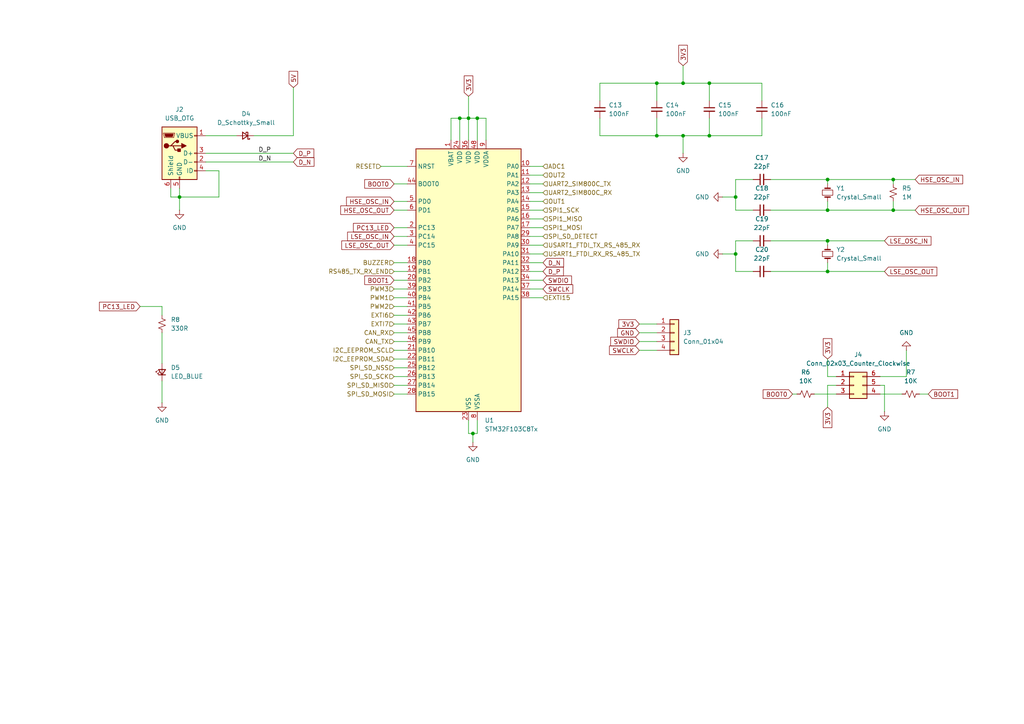
<source format=kicad_sch>
(kicad_sch (version 20250114) (generator "eeschema") (generator_version "9.0")
  (paper "A4")
  (lib_symbols
    (symbol "Connector:USB_OTG" (pin_names (offset 1.016))
      (property "Reference" "J" (at -5.08 11.43 0))
      (property "Value" "USB_OTG" (at -5.08 8.89 0))
      (symbol "USB_OTG_0_1"
        (rectangle (start -5.08 -7.62) (end 5.08 7.62) (stroke (width 0.254)) (fill (type background)))
        (polyline (pts (xy -4.699 5.842) (xy -4.699 5.588) (xy -4.445 4.826) (xy -4.445 4.572) (xy -1.651 4.572) (xy -1.651 4.826) (xy -1.397 5.588) (xy -1.397 5.842) (xy -4.699 5.842)))
        (polyline (pts (xy -4.318 5.588) (xy -1.778 5.588) (xy -2.032 4.826) (xy -4.064 4.826) (xy -4.318 5.588)) (fill (type outline)))
        (circle (center -3.81 2.159) (radius 0.635) (stroke (width 0.254)) (fill (type outline)))
        (polyline (pts (xy -3.175 2.159) (xy -2.54 2.159) (xy -1.27 3.429) (xy -0.635 3.429)) (stroke (width 0.254)))
        (polyline (pts (xy -2.54 2.159) (xy -1.905 2.159) (xy -1.27 0.889) (xy 0 0.889)) (stroke (width 0.254)))
        (polyline (pts (xy -1.905 2.159) (xy 0.635 2.159)) (stroke (width 0.254)))
        (circle (center -0.635 3.429) (radius 0.381) (stroke (width 0.254)) (fill (type outline)))
        (rectangle (start -0.127 -7.62) (end 0.127 -6.858))
        (rectangle (start 0.254 1.27) (end -0.508 0.508) (stroke (width 0.254)) (fill (type outline)))
        (polyline (pts (xy 0.635 2.794) (xy 0.635 1.524) (xy 1.905 2.159) (xy 0.635 2.794)) (stroke (width 0.254)) (fill (type outline)))
        (rectangle (start 5.08 4.953) (end 4.318 5.207))
        (rectangle (start 5.08 -0.127) (end 4.318 0.127))
        (rectangle (start 5.08 -2.667) (end 4.318 -2.413))
        (rectangle (start 5.08 -5.207) (end 4.318 -4.953))
      )
      (symbol "USB_OTG_1_1"
        (pin passive line (at -2.54 -10.16 90) (length 2.54) (name "Shield") (number "6"))
        (pin passive line (at 0 -10.16 90) (length 2.54) (name "GND") (number "5"))
        (pin passive line (at 7.62 5.08 180) (length 2.54) (name "VBUS") (number "1"))
        (pin bidirectional line (at 7.62 0 180) (length 2.54) (name "D+") (number "3"))
        (pin bidirectional line (at 7.62 -2.54 180) (length 2.54) (name "D-") (number "2"))
        (pin passive line (at 7.62 -5.08 180) (length 2.54) (name "ID") (number "4"))
      )
    )
    (symbol "Connector_Generic:Conn_01x04" (pin_names (offset 1.016) (hide yes))
      (property "Reference" "J" (at 0 5.08 0))
      (property "Value" "Conn_01x04" (at 0 -7.62 0))
      (symbol "Conn_01x04_1_1"
        (rectangle (start -1.27 3.81) (end 1.27 -6.35) (stroke (width 0.254)) (fill (type background)))
        (rectangle (start -1.27 2.667) (end 0 2.413) (stroke (width 0.1524)))
        (rectangle (start -1.27 0.127) (end 0 -0.127) (stroke (width 0.1524)))
        (rectangle (start -1.27 -2.413) (end 0 -2.667) (stroke (width 0.1524)))
        (rectangle (start -1.27 -4.953) (end 0 -5.207) (stroke (width 0.1524)))
        (pin passive line (at -5.08 2.54 0) (length 3.81) (name "Pin_1") (number "1"))
        (pin passive line (at -5.08 0 0) (length 3.81) (name "Pin_2") (number "2"))
        (pin passive line (at -5.08 -2.54 0) (length 3.81) (name "Pin_3") (number "3"))
        (pin passive line (at -5.08 -5.08 0) (length 3.81) (name "Pin_4") (number "4"))
      )
    )
    (symbol "Connector_Generic:Conn_02x03_Counter_Clockwise" (pin_names (offset 1.016) (hide yes))
      (property "Reference" "J" (at 1.27 5.08 0))
      (property "Value" "Conn_02x03_Counter_Clockwise" (at 1.27 -5.08 0))
      (symbol "Conn_02x03_Counter_Clockwise_1_1"
        (rectangle (start -1.27 3.81) (end 3.81 -3.81) (stroke (width 0.254)) (fill (type background)))
        (rectangle (start -1.27 2.667) (end 0 2.413) (stroke (width 0.1524)))
        (rectangle (start -1.27 0.127) (end 0 -0.127) (stroke (width 0.1524)))
        (rectangle (start -1.27 -2.413) (end 0 -2.667) (stroke (width 0.1524)))
        (rectangle (start 3.81 2.667) (end 2.54 2.413) (stroke (width 0.1524)))
        (rectangle (start 3.81 0.127) (end 2.54 -0.127) (stroke (width 0.1524)))
        (rectangle (start 3.81 -2.413) (end 2.54 -2.667) (stroke (width 0.1524)))
        (pin passive line (at -5.08 2.54 0) (length 3.81) (name "Pin_1") (number "1"))
        (pin passive line (at -5.08 0 0) (length 3.81) (name "Pin_2") (number "2"))
        (pin passive line (at -5.08 -2.54 0) (length 3.81) (name "Pin_3") (number "3"))
        (pin passive line (at 7.62 2.54 180) (length 3.81) (name "Pin_6") (number "6"))
        (pin passive line (at 7.62 0 180) (length 3.81) (name "Pin_5") (number "5"))
        (pin passive line (at 7.62 -2.54 180) (length 3.81) (name "Pin_4") (number "4"))
      )
    )
    (symbol "Device:C_Small" (pin_numbers (hide yes)) (pin_names (offset 0.254) (hide yes))
      (property "Reference" "C" (at 0.254 1.778 0))
      (property "Value" "C_Small" (at 0.254 -2.032 0))
      (symbol "C_Small_0_1"
        (polyline (pts (xy -1.524 0.508) (xy 1.524 0.508)) (stroke (width 0.3048)))
        (polyline (pts (xy -1.524 -0.508) (xy 1.524 -0.508)) (stroke (width 0.3302)))
      )
      (symbol "C_Small_1_1"
        (pin passive line (at 0 2.54 270) (length 2.032) (name "~") (number "1"))
        (pin passive line (at 0 -2.54 90) (length 2.032) (name "~") (number "2"))
      )
    )
    (symbol "Device:Crystal_Small" (pin_numbers (hide yes)) (pin_names (offset 1.016) (hide yes))
      (property "Reference" "Y" (at 0 2.54 0))
      (property "Value" "Crystal_Small" (at 0 -2.54 0))
      (symbol "Crystal_Small_0_1"
        (polyline (pts (xy -1.27 -0.762) (xy -1.27 0.762)) (stroke (width 0.381)))
        (rectangle (start -0.762 -1.524) (end 0.762 1.524))
        (polyline (pts (xy 1.27 -0.762) (xy 1.27 0.762)) (stroke (width 0.381)))
      )
      (symbol "Crystal_Small_1_1"
        (pin passive line (at -2.54 0 0) (length 1.27) (name "1") (number "1"))
        (pin passive line (at 2.54 0 180) (length 1.27) (name "2") (number "2"))
      )
    )
    (symbol "Device:D_Schottky_Small" (pin_numbers (hide yes)) (pin_names (offset 0.254) (hide yes))
      (property "Reference" "D" (at -1.27 2.032 0))
      (property "Value" "D_Schottky_Small" (at -7.112 -2.032 0))
      (symbol "D_Schottky_Small_0_1"
        (polyline (pts (xy -1.27 0.762) (xy -1.27 1.016) (xy -0.762 1.016) (xy -0.762 -1.016) (xy -0.254 -1.016) (xy -0.254 -0.762)) (stroke (width 0.254)))
        (polyline (pts (xy -0.762 0) (xy 0.762 0)))
        (polyline (pts (xy 0.762 -1.016) (xy -0.762 0) (xy 0.762 1.016) (xy 0.762 -1.016)) (stroke (width 0.254)))
      )
      (symbol "D_Schottky_Small_1_1"
        (pin passive line (at -2.54 0 0) (length 1.778) (name "K") (number "1"))
        (pin passive line (at 2.54 0 180) (length 1.778) (name "A") (number "2"))
      )
    )
    (symbol "Device:LED_Small" (pin_numbers (hide yes)) (pin_names (offset 0.254) (hide yes))
      (property "Reference" "D" (at -1.27 3.175 0))
      (property "Value" "LED_Small" (at -4.445 -2.54 0))
      (symbol "LED_Small_0_1"
        (polyline (pts (xy -0.762 -1.016) (xy -0.762 1.016)) (stroke (width 0.254)))
        (polyline (pts (xy 0 0.762) (xy -0.508 1.27) (xy -0.254 1.27) (xy -0.508 1.27) (xy -0.508 1.016)))
        (polyline (pts (xy 0.508 1.27) (xy 0 1.778) (xy 0.254 1.778) (xy 0 1.778) (xy 0 1.524)))
        (polyline (pts (xy 0.762 -1.016) (xy -0.762 0) (xy 0.762 1.016) (xy 0.762 -1.016)) (stroke (width 0.254)))
        (polyline (pts (xy 1.016 0) (xy -0.762 0)))
      )
      (symbol "LED_Small_1_1"
        (pin passive line (at -2.54 0 0) (length 1.778) (name "K") (number "1"))
        (pin passive line (at 2.54 0 180) (length 1.778) (name "A") (number "2"))
      )
    )
    (symbol "Device:R_Small_US" (pin_numbers (hide yes)) (pin_names (offset 0.254) (hide yes))
      (property "Reference" "R" (at 0.762 0.508 0))
      (property "Value" "R_Small_US" (at 0.762 -1.016 0))
      (symbol "R_Small_US_1_1"
        (polyline (pts (xy 0 1.524) (xy 1.016 1.143) (xy 0 0.762) (xy -1.016 0.381) (xy 0 0)))
        (polyline (pts (xy 0 0) (xy 1.016 -0.381) (xy 0 -0.762) (xy -1.016 -1.143) (xy 0 -1.524)))
        (pin passive line (at 0 2.54 270) (length 1.016) (name "~") (number "1"))
        (pin passive line (at 0 -2.54 90) (length 1.016) (name "~") (number "2"))
      )
    )
    (symbol "MCU_ST_STM32F1:STM32F103C8Tx"
      (property "Reference" "U" (at -15.24 39.37 0))
      (property "Value" "STM32F103C8Tx" (at 7.62 39.37 0))
      (symbol "STM32F103C8Tx_0_1"
        (rectangle (start -15.24 -38.1) (end 15.24 38.1) (stroke (width 0.254)) (fill (type background)))
      )
      (symbol "STM32F103C8Tx_1_1"
        (pin input line (at -17.78 33.02 0) (length 2.54) (name "NRST") (number "7"))
        (pin input line (at -17.78 27.94 0) (length 2.54) (name "BOOT0") (number "44"))
        (pin bidirectional line (at -17.78 22.86 0) (length 2.54) (name "PD0") (number "5"))
        (pin bidirectional line (at -17.78 20.32 0) (length 2.54) (name "PD1") (number "6"))
        (pin bidirectional line (at -17.78 15.24 0) (length 2.54) (name "PC13") (number "2"))
        (pin bidirectional line (at -17.78 12.7 0) (length 2.54) (name "PC14") (number "3"))
        (pin bidirectional line (at -17.78 10.16 0) (length 2.54) (name "PC15") (number "4"))
        (pin bidirectional line (at -17.78 5.08 0) (length 2.54) (name "PB0") (number "18"))
        (pin bidirectional line (at -17.78 2.54 0) (length 2.54) (name "PB1") (number "19"))
        (pin bidirectional line (at -17.78 0 0) (length 2.54) (name "PB2") (number "20"))
        (pin bidirectional line (at -17.78 -2.54 0) (length 2.54) (name "PB3") (number "39"))
        (pin bidirectional line (at -17.78 -5.08 0) (length 2.54) (name "PB4") (number "40"))
        (pin bidirectional line (at -17.78 -7.62 0) (length 2.54) (name "PB5") (number "41"))
        (pin bidirectional line (at -17.78 -10.16 0) (length 2.54) (name "PB6") (number "42"))
        (pin bidirectional line (at -17.78 -12.7 0) (length 2.54) (name "PB7") (number "43"))
        (pin bidirectional line (at -17.78 -15.24 0) (length 2.54) (name "PB8") (number "45"))
        (pin bidirectional line (at -17.78 -17.78 0) (length 2.54) (name "PB9") (number "46"))
        (pin bidirectional line (at -17.78 -20.32 0) (length 2.54) (name "PB10") (number "21"))
        (pin bidirectional line (at -17.78 -22.86 0) (length 2.54) (name "PB11") (number "22"))
        (pin bidirectional line (at -17.78 -25.4 0) (length 2.54) (name "PB12") (number "25"))
        (pin bidirectional line (at -17.78 -27.94 0) (length 2.54) (name "PB13") (number "26"))
        (pin bidirectional line (at -17.78 -30.48 0) (length 2.54) (name "PB14") (number "27"))
        (pin bidirectional line (at -17.78 -33.02 0) (length 2.54) (name "PB15") (number "28"))
        (pin power_in line (at -5.08 40.64 270) (length 2.54) (name "VBAT") (number "1"))
        (pin power_in line (at -2.54 40.64 270) (length 2.54) (name "VDD") (number "24"))
        (pin power_in line (at 0 40.64 270) (length 2.54) (name "VDD") (number "36"))
        (pin power_in line (at 0 -40.64 90) (length 2.54) (name "VSS") (number "23"))
        (pin passive line (at 0 -40.64 90) (length 2.54) (hide yes) (name "VSS") (number "35"))
        (pin passive line (at 0 -40.64 90) (length 2.54) (hide yes) (name "VSS") (number "47"))
        (pin power_in line (at 2.54 40.64 270) (length 2.54) (name "VDD") (number "48"))
        (pin power_in line (at 2.54 -40.64 90) (length 2.54) (name "VSSA") (number "8"))
        (pin power_in line (at 5.08 40.64 270) (length 2.54) (name "VDDA") (number "9"))
        (pin bidirectional line (at 17.78 33.02 180) (length 2.54) (name "PA0") (number "10"))
        (pin bidirectional line (at 17.78 30.48 180) (length 2.54) (name "PA1") (number "11"))
        (pin bidirectional line (at 17.78 27.94 180) (length 2.54) (name "PA2") (number "12"))
        (pin bidirectional line (at 17.78 25.4 180) (length 2.54) (name "PA3") (number "13"))
        (pin bidirectional line (at 17.78 22.86 180) (length 2.54) (name "PA4") (number "14"))
        (pin bidirectional line (at 17.78 20.32 180) (length 2.54) (name "PA5") (number "15"))
        (pin bidirectional line (at 17.78 17.78 180) (length 2.54) (name "PA6") (number "16"))
        (pin bidirectional line (at 17.78 15.24 180) (length 2.54) (name "PA7") (number "17"))
        (pin bidirectional line (at 17.78 12.7 180) (length 2.54) (name "PA8") (number "29"))
        (pin bidirectional line (at 17.78 10.16 180) (length 2.54) (name "PA9") (number "30"))
        (pin bidirectional line (at 17.78 7.62 180) (length 2.54) (name "PA10") (number "31"))
        (pin bidirectional line (at 17.78 5.08 180) (length 2.54) (name "PA11") (number "32"))
        (pin bidirectional line (at 17.78 2.54 180) (length 2.54) (name "PA12") (number "33"))
        (pin bidirectional line (at 17.78 0 180) (length 2.54) (name "PA13") (number "34"))
        (pin bidirectional line (at 17.78 -2.54 180) (length 2.54) (name "PA14") (number "37"))
        (pin bidirectional line (at 17.78 -5.08 180) (length 2.54) (name "PA15") (number "38"))
      )
    )
    (symbol "power:GND" (power) (pin_numbers (hide yes)) (pin_names (offset 0) (hide yes))
      (property "Value" "GND" (at 0 -3.81 0))
      (symbol "GND_0_1"
        (polyline (pts (xy 0 0) (xy 0 -1.27) (xy 1.27 -1.27) (xy 0 -2.54) (xy -1.27 -1.27) (xy 0 -1.27)))
      )
      (symbol "GND_1_1"
        (pin power_in line (at 0 0 270) (length 0) (name "~") (number "1"))
      )
    )
  )
  (junction (at 213.36 73.66))
  (junction (at 213.36 57.15))
  (junction (at 240.03 78.74))
  (junction (at 240.03 60.96))
  (junction (at 52.07 57.15))
  (junction (at 137.16 125.73))
  (junction (at 205.74 24.13))
  (junction (at 240.03 69.85))
  (junction (at 190.5 39.37))
  (junction (at 198.12 39.37))
  (junction (at 190.5 24.13))
  (junction (at 240.03 52.07))
  (junction (at 133.35 34.29))
  (junction (at 259.08 60.96))
  (junction (at 259.08 52.07))
  (junction (at 138.43 34.29))
  (junction (at 135.89 34.29))
  (junction (at 205.74 39.37))
  (junction (at 198.12 24.13))
  (wire (pts (xy 153.67 58.42) (xy 157.48 58.42)))
  (wire (pts (xy 255.27 109.22) (xy 262.89 109.22)))
  (wire (pts (xy 173.99 34.29) (xy 173.99 39.37)))
  (wire (pts (xy 259.08 58.42) (xy 259.08 60.96)))
  (wire (pts (xy 213.36 52.07) (xy 213.36 57.15)))
  (wire (pts (xy 59.69 49.53) (xy 63.5 49.53)))
  (wire (pts (xy 153.67 53.34) (xy 157.48 53.34)))
  (wire (pts (xy 190.5 24.13) (xy 190.5 29.21)))
  (wire (pts (xy 114.3 88.9) (xy 118.11 88.9)))
  (wire (pts (xy 153.67 60.96) (xy 157.48 60.96)))
  (wire (pts (xy 153.67 76.2) (xy 157.48 76.2)))
  (wire (pts (xy 114.3 66.04) (xy 118.11 66.04)))
  (wire (pts (xy 63.5 57.15) (xy 52.07 57.15)))
  (wire (pts (xy 185.42 96.52) (xy 190.5 96.52)))
  (wire (pts (xy 114.3 71.12) (xy 118.11 71.12)))
  (wire (pts (xy 153.67 55.88) (xy 157.48 55.88)))
  (wire (pts (xy 63.5 49.53) (xy 63.5 57.15)))
  (wire (pts (xy 213.36 73.66) (xy 213.36 78.74)))
  (wire (pts (xy 153.67 78.74) (xy 157.48 78.74)))
  (wire (pts (xy 240.03 111.76) (xy 240.03 118.11)))
  (wire (pts (xy 114.3 96.52) (xy 118.11 96.52)))
  (wire (pts (xy 240.03 69.85) (xy 256.54 69.85)))
  (wire (pts (xy 153.67 63.5) (xy 157.48 63.5)))
  (wire (pts (xy 114.3 78.74) (xy 118.11 78.74)))
  (wire (pts (xy 59.69 39.37) (xy 68.58 39.37)))
  (wire (pts (xy 110.49 48.26) (xy 118.11 48.26)))
  (wire (pts (xy 114.3 60.96) (xy 118.11 60.96)))
  (wire (pts (xy 213.36 78.74) (xy 218.44 78.74)))
  (wire (pts (xy 223.52 52.07) (xy 240.03 52.07)))
  (wire (pts (xy 138.43 34.29) (xy 140.97 34.29)))
  (wire (pts (xy 240.03 58.42) (xy 240.03 60.96)))
  (wire (pts (xy 138.43 121.92) (xy 138.43 125.73)))
  (wire (pts (xy 173.99 39.37) (xy 190.5 39.37)))
  (wire (pts (xy 153.67 50.8) (xy 157.48 50.8)))
  (wire (pts (xy 52.07 57.15) (xy 52.07 54.61)))
  (wire (pts (xy 133.35 34.29) (xy 135.89 34.29)))
  (wire (pts (xy 114.3 81.28) (xy 118.11 81.28)))
  (wire (pts (xy 185.42 93.98) (xy 190.5 93.98)))
  (wire (pts (xy 137.16 125.73) (xy 138.43 125.73)))
  (wire (pts (xy 240.03 104.14) (xy 240.03 109.22)))
  (wire (pts (xy 240.03 60.96) (xy 223.52 60.96)))
  (wire (pts (xy 190.5 34.29) (xy 190.5 39.37)))
  (wire (pts (xy 209.55 57.15) (xy 213.36 57.15)))
  (wire (pts (xy 213.36 60.96) (xy 218.44 60.96)))
  (wire (pts (xy 256.54 111.76) (xy 256.54 119.38)))
  (wire (pts (xy 198.12 24.13) (xy 205.74 24.13)))
  (wire (pts (xy 223.52 69.85) (xy 240.03 69.85)))
  (wire (pts (xy 49.53 57.15) (xy 52.07 57.15)))
  (wire (pts (xy 40.64 88.9) (xy 46.99 88.9)))
  (wire (pts (xy 46.99 110.49) (xy 46.99 116.84)))
  (wire (pts (xy 153.67 83.82) (xy 157.48 83.82)))
  (wire (pts (xy 135.89 34.29) (xy 138.43 34.29)))
  (wire (pts (xy 198.12 19.05) (xy 198.12 24.13)))
  (wire (pts (xy 140.97 34.29) (xy 140.97 40.64)))
  (wire (pts (xy 114.3 58.42) (xy 118.11 58.42)))
  (wire (pts (xy 240.03 69.85) (xy 240.03 71.12)))
  (wire (pts (xy 259.08 52.07) (xy 265.43 52.07)))
  (wire (pts (xy 114.3 91.44) (xy 118.11 91.44)))
  (wire (pts (xy 240.03 109.22) (xy 242.57 109.22)))
  (wire (pts (xy 255.27 114.3) (xy 261.62 114.3)))
  (wire (pts (xy 259.08 52.07) (xy 259.08 53.34)))
  (wire (pts (xy 213.36 69.85) (xy 213.36 73.66)))
  (wire (pts (xy 218.44 69.85) (xy 213.36 69.85)))
  (wire (pts (xy 59.69 44.45) (xy 85.09 44.45)))
  (wire (pts (xy 114.3 93.98) (xy 118.11 93.98)))
  (wire (pts (xy 205.74 34.29) (xy 205.74 39.37)))
  (wire (pts (xy 114.3 86.36) (xy 118.11 86.36)))
  (wire (pts (xy 114.3 83.82) (xy 118.11 83.82)))
  (wire (pts (xy 190.5 24.13) (xy 198.12 24.13)))
  (wire (pts (xy 240.03 53.34) (xy 240.03 52.07)))
  (wire (pts (xy 205.74 24.13) (xy 205.74 29.21)))
  (wire (pts (xy 114.3 68.58) (xy 118.11 68.58)))
  (wire (pts (xy 240.03 76.2) (xy 240.03 78.74)))
  (wire (pts (xy 240.03 111.76) (xy 242.57 111.76)))
  (wire (pts (xy 173.99 29.21) (xy 173.99 24.13)))
  (wire (pts (xy 130.81 40.64) (xy 130.81 34.29)))
  (wire (pts (xy 114.3 106.68) (xy 118.11 106.68)))
  (wire (pts (xy 240.03 78.74) (xy 223.52 78.74)))
  (wire (pts (xy 240.03 78.74) (xy 256.54 78.74)))
  (wire (pts (xy 85.09 25.4) (xy 85.09 39.37)))
  (wire (pts (xy 114.3 101.6) (xy 118.11 101.6)))
  (wire (pts (xy 173.99 24.13) (xy 190.5 24.13)))
  (wire (pts (xy 229.87 114.3) (xy 231.14 114.3)))
  (wire (pts (xy 259.08 60.96) (xy 265.43 60.96)))
  (wire (pts (xy 114.3 104.14) (xy 118.11 104.14)))
  (wire (pts (xy 59.69 46.99) (xy 85.09 46.99)))
  (wire (pts (xy 259.08 60.96) (xy 240.03 60.96)))
  (wire (pts (xy 114.3 111.76) (xy 118.11 111.76)))
  (wire (pts (xy 135.89 34.29) (xy 135.89 40.64)))
  (wire (pts (xy 262.89 101.6) (xy 262.89 109.22)))
  (wire (pts (xy 153.67 68.58) (xy 157.48 68.58)))
  (wire (pts (xy 135.89 27.94) (xy 135.89 34.29)))
  (wire (pts (xy 153.67 66.04) (xy 157.48 66.04)))
  (wire (pts (xy 133.35 34.29) (xy 133.35 40.64)))
  (wire (pts (xy 220.98 34.29) (xy 220.98 39.37)))
  (wire (pts (xy 135.89 125.73) (xy 137.16 125.73)))
  (wire (pts (xy 185.42 99.06) (xy 190.5 99.06)))
  (wire (pts (xy 135.89 121.92) (xy 135.89 125.73)))
  (wire (pts (xy 138.43 34.29) (xy 138.43 40.64)))
  (wire (pts (xy 209.55 73.66) (xy 213.36 73.66)))
  (wire (pts (xy 114.3 114.3) (xy 118.11 114.3)))
  (wire (pts (xy 236.22 114.3) (xy 242.57 114.3)))
  (wire (pts (xy 153.67 71.12) (xy 157.48 71.12)))
  (wire (pts (xy 220.98 39.37) (xy 205.74 39.37)))
  (wire (pts (xy 114.3 109.22) (xy 118.11 109.22)))
  (wire (pts (xy 153.67 86.36) (xy 157.48 86.36)))
  (wire (pts (xy 114.3 53.34) (xy 118.11 53.34)))
  (wire (pts (xy 213.36 57.15) (xy 213.36 60.96)))
  (wire (pts (xy 240.03 52.07) (xy 259.08 52.07)))
  (wire (pts (xy 46.99 88.9) (xy 46.99 91.44)))
  (wire (pts (xy 205.74 39.37) (xy 198.12 39.37)))
  (wire (pts (xy 153.67 73.66) (xy 157.48 73.66)))
  (wire (pts (xy 114.3 76.2) (xy 118.11 76.2)))
  (wire (pts (xy 218.44 52.07) (xy 213.36 52.07)))
  (wire (pts (xy 73.66 39.37) (xy 85.09 39.37)))
  (wire (pts (xy 256.54 111.76) (xy 255.27 111.76)))
  (wire (pts (xy 49.53 54.61) (xy 49.53 57.15)))
  (wire (pts (xy 137.16 125.73) (xy 137.16 128.27)))
  (wire (pts (xy 198.12 39.37) (xy 190.5 39.37)))
  (wire (pts (xy 185.42 101.6) (xy 190.5 101.6)))
  (wire (pts (xy 153.67 48.26) (xy 157.48 48.26)))
  (wire (pts (xy 198.12 39.37) (xy 198.12 44.45)))
  (wire (pts (xy 52.07 57.15) (xy 52.07 60.96)))
  (wire (pts (xy 46.99 96.52) (xy 46.99 105.41)))
  (wire (pts (xy 205.74 24.13) (xy 220.98 24.13)))
  (wire (pts (xy 266.7 114.3) (xy 269.24 114.3)))
  (wire (pts (xy 153.67 81.28) (xy 157.48 81.28)))
  (wire (pts (xy 220.98 24.13) (xy 220.98 29.21)))
  (wire (pts (xy 130.81 34.29) (xy 133.35 34.29)))
  (wire (pts (xy 114.3 99.06) (xy 118.11 99.06)))
  (label "D_P" (at 74.93 44.45 0))
  (label "D_N" (at 74.93 46.99 0))
  (global_label "3V3" (shape input) (at 240.03 104.14 90) (property "Intersheetrefs" "${INTERSHEET_REFS}" (effects (hide yes))))
  (global_label "3V3" (shape input) (at 198.12 19.05 90) (property "Intersheetrefs" "${INTERSHEET_REFS}" (effects (hide yes))))
  (global_label "BOOT0" (shape input) (at 114.3 53.34 180) (property "Intersheetrefs" "${INTERSHEET_REFS}" (effects (hide yes))))
  (global_label "D_N" (shape input) (at 85.09 46.99 0) (property "Intersheetrefs" "${INTERSHEET_REFS}" (effects (hide yes))))
  (global_label "3V3" (shape input) (at 240.03 118.11 270) (property "Intersheetrefs" "${INTERSHEET_REFS}" (effects (hide yes))))
  (global_label "PC13_LED" (shape input) (at 40.64 88.9 180) (property "Intersheetrefs" "${INTERSHEET_REFS}" (effects (hide yes))))
  (global_label "BOOT1" (shape input) (at 114.3 81.28 180) (property "Intersheetrefs" "${INTERSHEET_REFS}" (effects (hide yes))))
  (global_label "3V3" (shape input) (at 135.89 27.94 90) (property "Intersheetrefs" "${INTERSHEET_REFS}" (effects (hide yes))))
  (global_label "PC13_LED" (shape input) (at 114.3 66.04 180) (property "Intersheetrefs" "${INTERSHEET_REFS}" (effects (hide yes))))
  (global_label "LSE_OSC_IN" (shape input) (at 114.3 68.58 180) (property "Intersheetrefs" "${INTERSHEET_REFS}" (effects (hide yes))))
  (global_label "5V" (shape input) (at 85.09 25.4 90) (property "Intersheetrefs" "${INTERSHEET_REFS}" (effects (hide yes))))
  (global_label "D_P" (shape input) (at 85.09 44.45 0) (property "Intersheetrefs" "${INTERSHEET_REFS}" (effects (hide yes))))
  (global_label "D_P" (shape input) (at 157.48 78.74 0) (property "Intersheetrefs" "${INTERSHEET_REFS}" (effects (hide yes))))
  (global_label "HSE_OSC_IN" (shape input) (at 114.3 58.42 180) (property "Intersheetrefs" "${INTERSHEET_REFS}" (effects (hide yes))))
  (global_label "LSE_OSC_OUT" (shape input) (at 114.3 71.12 180) (property "Intersheetrefs" "${INTERSHEET_REFS}" (effects (hide yes))))
  (global_label "LSE_OSC_OUT" (shape input) (at 256.54 78.74 0) (property "Intersheetrefs" "${INTERSHEET_REFS}" (effects (hide yes))))
  (global_label "SWDIO" (shape input) (at 157.48 81.28 0) (property "Intersheetrefs" "${INTERSHEET_REFS}" (effects (hide yes))))
  (global_label "SWDIO" (shape input) (at 185.42 99.06 180) (property "Intersheetrefs" "${INTERSHEET_REFS}" (effects (hide yes))))
  (global_label "HSE_OSC_OUT" (shape input) (at 114.3 60.96 180) (property "Intersheetrefs" "${INTERSHEET_REFS}" (effects (hide yes))))
  (global_label "HSE_OSC_OUT" (shape input) (at 265.43 60.96 0) (property "Intersheetrefs" "${INTERSHEET_REFS}" (effects (hide yes))))
  (global_label "BOOT0" (shape input) (at 229.87 114.3 180) (property "Intersheetrefs" "${INTERSHEET_REFS}" (effects (hide yes))))
  (global_label "SWCLK" (shape input) (at 157.48 83.82 0) (property "Intersheetrefs" "${INTERSHEET_REFS}" (effects (hide yes))))
  (global_label "BOOT1" (shape input) (at 269.24 114.3 0) (property "Intersheetrefs" "${INTERSHEET_REFS}" (effects (hide yes))))
  (global_label "GND" (shape input) (at 185.42 96.52 180) (property "Intersheetrefs" "${INTERSHEET_REFS}" (effects (hide yes))))
  (global_label "LSE_OSC_IN" (shape input) (at 256.54 69.85 0) (property "Intersheetrefs" "${INTERSHEET_REFS}" (effects (hide yes))))
  (global_label "SWCLK" (shape input) (at 185.42 101.6 180) (property "Intersheetrefs" "${INTERSHEET_REFS}" (effects (hide yes))))
  (global_label "HSE_OSC_IN" (shape input) (at 265.43 52.07 0) (property "Intersheetrefs" "${INTERSHEET_REFS}" (effects (hide yes))))
  (global_label "3V3" (shape input) (at 185.42 93.98 180) (property "Intersheetrefs" "${INTERSHEET_REFS}" (effects (hide yes))))
  (global_label "D_N" (shape input) (at 157.48 76.2 0) (property "Intersheetrefs" "${INTERSHEET_REFS}" (effects (hide yes))))
  (hierarchical_label "I2C_EEPROM_SCL" (shape input) (at 114.3 101.6 180))
  (hierarchical_label "UART2_SIM800C_TX" (shape input) (at 157.48 53.34 0))
  (hierarchical_label "EXTI6" (shape input) (at 114.3 91.44 180))
  (hierarchical_label "ADC1" (shape input) (at 157.48 48.26 0))
  (hierarchical_label "CAN_TX" (shape input) (at 114.3 99.06 180))
  (hierarchical_label "PWM1" (shape input) (at 114.3 86.36 180))
  (hierarchical_label "PWM3" (shape input) (at 114.3 83.82 180))
  (hierarchical_label "SPI1_MISO" (shape input) (at 157.48 63.5 0))
  (hierarchical_label "I2C_EEPROM_SDA" (shape input) (at 114.3 104.14 180))
  (hierarchical_label "USART1_FTDI_TX_RS_485_RX" (shape input) (at 157.48 71.12 0))
  (hierarchical_label "SPI_SD_DETECT" (shape input) (at 157.48 68.58 0))
  (hierarchical_label "SPI_SD_SCK" (shape input) (at 114.3 109.22 180))
  (hierarchical_label "EXTI15" (shape input) (at 157.48 86.36 0))
  (hierarchical_label "CAN_RX" (shape input) (at 114.3 96.52 180))
  (hierarchical_label "OUT1" (shape input) (at 157.48 58.42 0))
  (hierarchical_label "SPI1_SCK" (shape input) (at 157.48 60.96 0))
  (hierarchical_label "SPI_SD_NSS" (shape input) (at 114.3 106.68 180))
  (hierarchical_label "RESET" (shape input) (at 110.49 48.26 180))
  (hierarchical_label "SPI_SD_MOSI" (shape input) (at 114.3 114.3 180))
  (hierarchical_label "SPI1_MOSI" (shape input) (at 157.48 66.04 0))
  (hierarchical_label "PWM2" (shape input) (at 114.3 88.9 180))
  (hierarchical_label "OUT2" (shape input) (at 157.48 50.8 0))
  (hierarchical_label "BUZZER" (shape input) (at 114.3 76.2 180))
  (hierarchical_label "UART2_SIM800C_RX" (shape input) (at 157.48 55.88 0))
  (hierarchical_label "RS485_TX_RX_END" (shape input) (at 114.3 78.74 180))
  (hierarchical_label "SPI_SD_MISO" (shape input) (at 114.3 111.76 180))
  (hierarchical_label "EXTI7" (shape input) (at 114.3 93.98 180))
  (hierarchical_label "USART1_FTDI_RX_RS_485_TX" (shape input) (at 157.48 73.66 0))
  (symbol (lib_id "Device:LED_Small") (at 46.99 107.95 90) (unit 1)
    (property "Reference" "D5" (at 49.53 106.6164 90) (effects (justify right)))
    (property "Value" "LED_BLUE" (at 49.53 109.1564 90) (effects (justify right)))
    (property "Footprint" "LED_SMD:LED_0805_2012Metric_Pad1.15x1.40mm_HandSolder" (effects (hide yes)))
    (property "Description" "Light emitting diode, small symbol" (effects (hide yes)))
    (property "Sim.Pin" "1=K 2=A" (effects (hide yes)))
  )
  (symbol (lib_id "Device:C_Small") (at 190.5 31.75 0) (unit 1)
    (property "Reference" "C14" (at 193.04 30.4862 0) (effects (justify left)))
    (property "Value" "100nF" (at 193.04 33.0262 0) (effects (justify left)))
    (property "Footprint" "Capacitor_SMD:C_0805_2012Metric_Pad1.18x1.45mm_HandSolder" (effects (hide yes)))
    (property "Description" "Unpolarized capacitor, small symbol" (effects (hide yes)))
  )
  (symbol (lib_id "Device:Crystal_Small") (at 240.03 73.66 90) (unit 1)
    (property "Reference" "Y2" (at 242.57 72.3899 90) (effects (justify right)))
    (property "Value" "Crystal_Small" (at 242.57 74.9299 90) (effects (justify right)))
    (property "Footprint" "Crystal:Crystal_C26-LF_D2.1mm_L6.5mm_Horizontal" (effects (hide yes)))
    (property "Description" "Two pin crystal, small symbol" (effects (hide yes)))
  )
  (symbol (lib_id "Connector_Generic:Conn_01x04") (at 195.58 96.52 0) (unit 1)
    (property "Reference" "J3" (at 198.12 96.5199 0) (effects (justify left)))
    (property "Value" "Conn_01x04" (at 198.12 99.0599 0) (effects (justify left)))
    (property "Footprint" "Connector_JST:JST_EH_B4B-EH-A_1x04_P2.50mm_Vertical" (effects (hide yes)))
    (property "Description" "Generic connector, single row, 01x04, script generated (kicad-library-utils/schlib/autogen/connector/)" (effects (hide yes)))
  )
  (symbol (lib_id "MCU_ST_STM32F1:STM32F103C8Tx") (at 135.89 81.28 0) (unit 1)
    (property "Reference" "U1" (at 140.5733 121.92 0) (effects (justify left)))
    (property "Value" "STM32F103C8Tx" (at 140.5733 124.46 0) (effects (justify left)))
    (property "Footprint" "Package_QFP:LQFP-48_7x7mm_P0.5mm" (effects (hide yes)))
    (property "Datasheet" "https://www.st.com/resource/en/datasheet/stm32f103c8.pdf" (effects (hide yes)))
    (property "Description" "STMicroelectronics Arm Cortex-M3 MCU, 64KB flash, 20KB RAM, 72 MHz, 2.0-3.6V, 37 GPIO, LQFP48" (effects (hide yes)))
  )
  (symbol (lib_id "Device:R_Small_US") (at 264.16 114.3 90) (unit 1)
    (property "Reference" "R7" (at 264.16 107.95 90))
    (property "Value" "10K" (at 264.16 110.49 90))
    (property "Footprint" "Resistor_SMD:R_0805_2012Metric_Pad1.20x1.40mm_HandSolder" (effects (hide yes)))
    (property "Description" "Resistor, small US symbol" (effects (hide yes)))
  )
  (symbol (lib_id "Connector_Generic:Conn_02x03_Counter_Clockwise") (at 247.65 111.76 0) (unit 1)
    (property "Reference" "J4" (at 248.92 102.87 0))
    (property "Value" "Conn_02x03_Counter_Clockwise" (at 248.92 105.41 0))
    (property "Footprint" "Connector_PinHeader_2.54mm:PinHeader_2x03_P2.54mm_Vertical" (effects (hide yes)))
    (property "Description" "Generic connector, double row, 02x03, counter clockwise pin numbering scheme (similar to DIP package numbering), script generated (kicad-library-utils/schlib/autogen/connector/)" (effects (hide yes)))
  )
  (symbol (lib_id "Device:C_Small") (at 220.98 78.74 90) (unit 1)
    (property "Reference" "C20" (at 220.9863 72.39 90))
    (property "Value" "22pF" (at 220.9863 74.93 90))
    (property "Footprint" "Capacitor_SMD:C_0805_2012Metric_Pad1.18x1.45mm_HandSolder" (effects (hide yes)))
    (property "Description" "Unpolarized capacitor, small symbol" (effects (hide yes)))
  )
  (symbol (lib_id "power:GND") (at 52.07 60.96 0) (unit 1)
    (property "Reference" "#PWR05" (effects (hide yes)))
    (property "Value" "GND" (at 52.07 66.04 0))
    (property "Description" "Power symbol creates a global label with name \"GND\" , ground" (effects (hide yes)))
  )
  (symbol (lib_id "Device:D_Schottky_Small") (at 71.12 39.37 180) (unit 1)
    (property "Reference" "D4" (at 71.374 33.02 0))
    (property "Value" "D_Schottky_Small" (at 71.374 35.56 0))
    (property "Footprint" "Diode_SMD:D_SOD-123" (effects (hide yes)))
    (property "Description" "Schottky diode, small symbol" (effects (hide yes)))
  )
  (symbol (lib_id "Device:C_Small") (at 220.98 52.07 90) (unit 1)
    (property "Reference" "C17" (at 220.9863 45.72 90))
    (property "Value" "22pF" (at 220.9863 48.26 90))
    (property "Footprint" "Capacitor_SMD:C_0805_2012Metric_Pad1.18x1.45mm_HandSolder" (effects (hide yes)))
    (property "Description" "Unpolarized capacitor, small symbol" (effects (hide yes)))
  )
  (symbol (lib_id "power:GND") (at 209.55 73.66 270) (unit 1)
    (property "Reference" "#PWR07" (effects (hide yes)))
    (property "Value" "GND" (at 205.74 73.6599 90) (effects (justify right)))
    (property "Description" "Power symbol creates a global label with name \"GND\" , ground" (effects (hide yes)))
  )
  (symbol (lib_id "Device:R_Small_US") (at 46.99 93.98 0) (unit 1)
    (property "Reference" "R8" (at 49.53 92.7099 0) (effects (justify left)))
    (property "Value" "330R" (at 49.53 95.2499 0) (effects (justify left)))
    (property "Footprint" "Resistor_SMD:R_0805_2012Metric_Pad1.20x1.40mm_HandSolder" (effects (hide yes)))
    (property "Description" "Resistor, small US symbol" (effects (hide yes)))
  )
  (symbol (lib_id "power:GND") (at 209.55 57.15 270) (unit 1)
    (property "Reference" "#PWR06" (effects (hide yes)))
    (property "Value" "GND" (at 205.74 57.1499 90) (effects (justify right)))
    (property "Description" "Power symbol creates a global label with name \"GND\" , ground" (effects (hide yes)))
  )
  (symbol (lib_id "Device:C_Small") (at 220.98 60.96 90) (unit 1)
    (property "Reference" "C18" (at 220.9863 54.61 90))
    (property "Value" "22pF" (at 220.9863 57.15 90))
    (property "Footprint" "Capacitor_SMD:C_0805_2012Metric_Pad1.18x1.45mm_HandSolder" (effects (hide yes)))
    (property "Description" "Unpolarized capacitor, small symbol" (effects (hide yes)))
  )
  (symbol (lib_id "power:GND") (at 256.54 119.38 0) (unit 1)
    (property "Reference" "#PWR08" (effects (hide yes)))
    (property "Value" "GND" (at 256.54 124.46 0))
    (property "Description" "Power symbol creates a global label with name \"GND\" , ground" (effects (hide yes)))
  )
  (symbol (lib_id "power:GND") (at 137.16 128.27 0) (unit 1)
    (property "Reference" "#PWR03" (effects (hide yes)))
    (property "Value" "GND" (at 137.16 133.35 0))
    (property "Description" "Power symbol creates a global label with name \"GND\" , ground" (effects (hide yes)))
  )
  (symbol (lib_id "power:GND") (at 262.89 101.6 180) (unit 1)
    (property "Reference" "#PWR09" (effects (hide yes)))
    (property "Value" "GND" (at 262.89 96.52 0))
    (property "Description" "Power symbol creates a global label with name \"GND\" , ground" (effects (hide yes)))
  )
  (symbol (lib_id "Device:C_Small") (at 220.98 69.85 90) (unit 1)
    (property "Reference" "C19" (at 220.9863 63.5 90))
    (property "Value" "22pF" (at 220.9863 66.04 90))
    (property "Footprint" "Capacitor_SMD:C_0805_2012Metric_Pad1.18x1.45mm_HandSolder" (effects (hide yes)))
    (property "Description" "Unpolarized capacitor, small symbol" (effects (hide yes)))
  )
  (symbol (lib_id "power:GND") (at 46.99 116.84 0) (unit 1)
    (property "Reference" "#PWR010" (effects (hide yes)))
    (property "Value" "GND" (at 46.99 121.92 0))
    (property "Description" "Power symbol creates a global label with name \"GND\" , ground" (effects (hide yes)))
  )
  (symbol (lib_id "Device:R_Small_US") (at 259.08 55.88 0) (unit 1)
    (property "Reference" "R5" (at 261.62 54.6099 0) (effects (justify left)))
    (property "Value" "1M" (at 261.62 57.1499 0) (effects (justify left)))
    (property "Footprint" "Resistor_SMD:R_0805_2012Metric_Pad1.20x1.40mm_HandSolder" (effects (hide yes)))
    (property "Description" "Resistor, small US symbol" (effects (hide yes)))
  )
  (symbol (lib_id "Device:Crystal_Small") (at 240.03 55.88 90) (unit 1)
    (property "Reference" "Y1" (at 242.57 54.6099 90) (effects (justify right)))
    (property "Value" "Crystal_Small" (at 242.57 57.1499 90) (effects (justify right)))
    (property "Footprint" "Crystal:Crystal_SMD_HC49-SD" (effects (hide yes)))
    (property "Description" "Two pin crystal, small symbol" (effects (hide yes)))
  )
  (symbol (lib_id "Device:C_Small") (at 205.74 31.75 0) (unit 1)
    (property "Reference" "C15" (at 208.28 30.4862 0) (effects (justify left)))
    (property "Value" "100nF" (at 208.28 33.0262 0) (effects (justify left)))
    (property "Footprint" "Capacitor_SMD:C_0805_2012Metric_Pad1.18x1.45mm_HandSolder" (effects (hide yes)))
    (property "Description" "Unpolarized capacitor, small symbol" (effects (hide yes)))
  )
  (symbol (lib_id "Device:C_Small") (at 220.98 31.75 0) (unit 1)
    (property "Reference" "C16" (at 223.52 30.4862 0) (effects (justify left)))
    (property "Value" "100nF" (at 223.52 33.0262 0) (effects (justify left)))
    (property "Footprint" "Capacitor_SMD:C_0805_2012Metric_Pad1.18x1.45mm_HandSolder" (effects (hide yes)))
    (property "Description" "Unpolarized capacitor, small symbol" (effects (hide yes)))
  )
  (symbol (lib_id "power:GND") (at 198.12 44.45 0) (unit 1)
    (property "Reference" "#PWR04" (effects (hide yes)))
    (property "Value" "GND" (at 198.12 49.53 0))
    (property "Description" "Power symbol creates a global label with name \"GND\" , ground" (effects (hide yes)))
  )
  (symbol (lib_id "Device:R_Small_US") (at 233.68 114.3 90) (unit 1)
    (property "Reference" "R6" (at 233.68 107.95 90))
    (property "Value" "10K" (at 233.68 110.49 90))
    (property "Footprint" "Resistor_SMD:R_0805_2012Metric_Pad1.20x1.40mm_HandSolder" (effects (hide yes)))
    (property "Description" "Resistor, small US symbol" (effects (hide yes)))
  )
  (symbol (lib_id "Connector:USB_OTG") (at 52.07 44.45 0) (unit 1)
    (property "Reference" "J2" (at 52.07 31.75 0))
    (property "Value" "USB_OTG" (at 52.07 34.29 0))
    (property "Footprint" "Connector_USB:USB_Micro-B_Molex_47346-0001" (effects (hide yes)))
    (property "Description" "USB mini/micro connector" (effects (hide yes)))
  )
  (symbol (lib_id "Device:C_Small") (at 173.99 31.75 0) (unit 1)
    (property "Reference" "C13" (at 176.53 30.4862 0) (effects (justify left)))
    (property "Value" "100nF" (at 176.53 33.0262 0) (effects (justify left)))
    (property "Footprint" "Capacitor_SMD:C_0805_2012Metric_Pad1.18x1.45mm_HandSolder" (effects (hide yes)))
    (property "Description" "Unpolarized capacitor, small symbol" (effects (hide yes)))
  )
)
</source>
